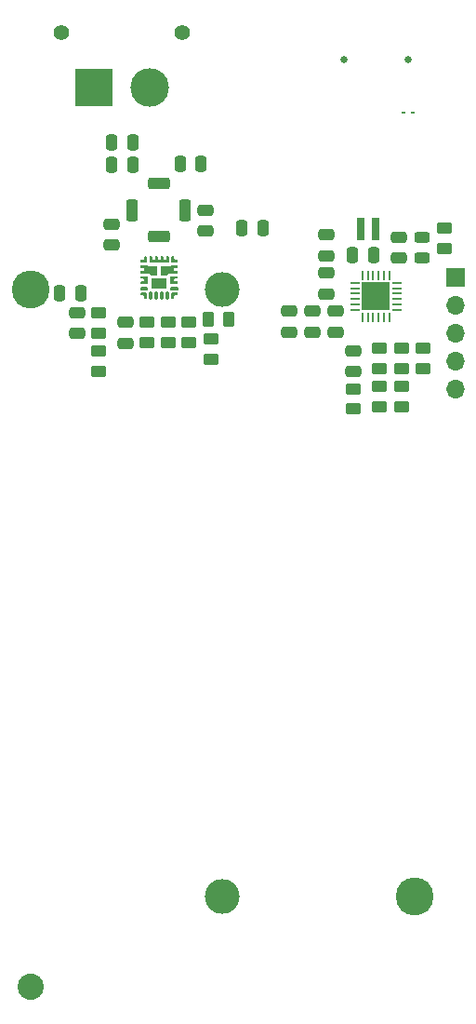
<source format=gbr>
%TF.GenerationSoftware,KiCad,Pcbnew,8.0.3*%
%TF.CreationDate,2024-07-15T22:48:31-04:00*%
%TF.ProjectId,get-a-grip-on-reality,6765742d-612d-4677-9269-702d6f6e2d72,rev?*%
%TF.SameCoordinates,Original*%
%TF.FileFunction,Soldermask,Bot*%
%TF.FilePolarity,Negative*%
%FSLAX46Y46*%
G04 Gerber Fmt 4.6, Leading zero omitted, Abs format (unit mm)*
G04 Created by KiCad (PCBNEW 8.0.3) date 2024-07-15 22:48:31*
%MOMM*%
%LPD*%
G01*
G04 APERTURE LIST*
G04 Aperture macros list*
%AMRoundRect*
0 Rectangle with rounded corners*
0 $1 Rounding radius*
0 $2 $3 $4 $5 $6 $7 $8 $9 X,Y pos of 4 corners*
0 Add a 4 corners polygon primitive as box body*
4,1,4,$2,$3,$4,$5,$6,$7,$8,$9,$2,$3,0*
0 Add four circle primitives for the rounded corners*
1,1,$1+$1,$2,$3*
1,1,$1+$1,$4,$5*
1,1,$1+$1,$6,$7*
1,1,$1+$1,$8,$9*
0 Add four rect primitives between the rounded corners*
20,1,$1+$1,$2,$3,$4,$5,0*
20,1,$1+$1,$4,$5,$6,$7,0*
20,1,$1+$1,$6,$7,$8,$9,0*
20,1,$1+$1,$8,$9,$2,$3,0*%
G04 Aperture macros list end*
%ADD10C,0.000000*%
%ADD11RoundRect,0.250000X-0.475000X0.250000X-0.475000X-0.250000X0.475000X-0.250000X0.475000X0.250000X0*%
%ADD12RoundRect,0.250000X-0.450000X0.262500X-0.450000X-0.262500X0.450000X-0.262500X0.450000X0.262500X0*%
%ADD13RoundRect,0.250000X0.475000X-0.250000X0.475000X0.250000X-0.475000X0.250000X-0.475000X-0.250000X0*%
%ADD14RoundRect,0.062500X-0.117500X-0.062500X0.117500X-0.062500X0.117500X0.062500X-0.117500X0.062500X0*%
%ADD15RoundRect,0.250000X-0.250000X-0.475000X0.250000X-0.475000X0.250000X0.475000X-0.250000X0.475000X0*%
%ADD16R,0.650000X2.000000*%
%ADD17RoundRect,0.250000X0.250000X0.475000X-0.250000X0.475000X-0.250000X-0.475000X0.250000X-0.475000X0*%
%ADD18RoundRect,0.243750X-0.456250X0.243750X-0.456250X-0.243750X0.456250X-0.243750X0.456250X0.243750X0*%
%ADD19RoundRect,0.250000X-0.262500X-0.450000X0.262500X-0.450000X0.262500X0.450000X-0.262500X0.450000X0*%
%ADD20C,2.390000*%
%ADD21C,3.170000*%
%ADD22C,3.450000*%
%ADD23R,2.500000X2.500000*%
%ADD24RoundRect,0.062500X0.062500X0.375000X-0.062500X0.375000X-0.062500X-0.375000X0.062500X-0.375000X0*%
%ADD25RoundRect,0.062500X0.375000X0.062500X-0.375000X0.062500X-0.375000X-0.062500X0.375000X-0.062500X0*%
%ADD26C,0.650000*%
%ADD27RoundRect,0.275000X0.275000X0.725000X-0.275000X0.725000X-0.275000X-0.725000X0.275000X-0.725000X0*%
%ADD28RoundRect,0.275000X-0.275000X-0.725000X0.275000X-0.725000X0.275000X0.725000X-0.275000X0.725000X0*%
%ADD29RoundRect,0.275000X0.725000X-0.275000X0.725000X0.275000X-0.725000X0.275000X-0.725000X-0.275000X0*%
%ADD30O,1.700000X1.700000*%
%ADD31R,1.700000X1.700000*%
%ADD32C,1.400000*%
%ADD33R,3.500000X3.500000*%
%ADD34C,3.500000*%
G04 APERTURE END LIST*
D10*
%TO.C,U7*%
G36*
X104475001Y-55385000D02*
G01*
X104475001Y-55884999D01*
X104425001Y-55934999D01*
X102775001Y-55934999D01*
X102725001Y-55884999D01*
X102725001Y-55385000D01*
X102775001Y-55335000D01*
X102925001Y-55334998D01*
X102975001Y-55385000D01*
X102975001Y-55609999D01*
X103025001Y-55659998D01*
X103175001Y-55659998D01*
X103225000Y-55609999D01*
X103225000Y-55385000D01*
X103275000Y-55335000D01*
X103425000Y-55334998D01*
X103475000Y-55385000D01*
X103475000Y-55609999D01*
X103525002Y-55659998D01*
X103675000Y-55659998D01*
X103724999Y-55609999D01*
X103725002Y-55385000D01*
X103775002Y-55335000D01*
X103925002Y-55334998D01*
X103975002Y-55385000D01*
X103975002Y-55609999D01*
X104025001Y-55659998D01*
X104175001Y-55659998D01*
X104225001Y-55609999D01*
X104225001Y-55385000D01*
X104275001Y-55335000D01*
X104425001Y-55334998D01*
X104475001Y-55385000D01*
G37*
G36*
X105300000Y-56210000D02*
G01*
X105300000Y-56360000D01*
X105250000Y-56410002D01*
X105025002Y-56409999D01*
X104975000Y-56459999D01*
X104975002Y-56609999D01*
X105025002Y-56660002D01*
X105250000Y-56659999D01*
X105300000Y-56709999D01*
X105300000Y-56859999D01*
X105250000Y-56910001D01*
X104450002Y-56909000D01*
X104350002Y-57010001D01*
X104350002Y-57046998D01*
X104300002Y-57097001D01*
X103800001Y-57096998D01*
X103750001Y-57046000D01*
X103750001Y-56284998D01*
X103800001Y-56234999D01*
X104625000Y-56234999D01*
X104650001Y-56210000D01*
X104650001Y-56184999D01*
X104675000Y-56160000D01*
X105250000Y-56160000D01*
X105300000Y-56210000D01*
G37*
G36*
X102550001Y-56184999D02*
G01*
X102550001Y-56210000D01*
X102575002Y-56234999D01*
X103400001Y-56234999D01*
X103450001Y-56284998D01*
X103450001Y-57046000D01*
X103400001Y-57096998D01*
X102900000Y-57097001D01*
X102850000Y-57046998D01*
X102850000Y-57010001D01*
X102750000Y-56909000D01*
X101950002Y-56910001D01*
X101900002Y-56859999D01*
X101900002Y-56709999D01*
X101950002Y-56659999D01*
X102175000Y-56659999D01*
X102225002Y-56609999D01*
X102225000Y-56459999D01*
X102175000Y-56409999D01*
X101950002Y-56410002D01*
X101900002Y-56360000D01*
X101900002Y-56210000D01*
X101950002Y-56160000D01*
X102525002Y-56160000D01*
X102550001Y-56184999D01*
G37*
G36*
X105300000Y-57210000D02*
G01*
X105300000Y-57360000D01*
X105250000Y-57409997D01*
X105025002Y-57410000D01*
X104975000Y-57460000D01*
X104975000Y-57610000D01*
X105025002Y-57659997D01*
X105250000Y-57660000D01*
X105300000Y-57709997D01*
X105300000Y-57859999D01*
X105250000Y-57909999D01*
X104650001Y-57909999D01*
X104600002Y-57859999D01*
X104600002Y-57210000D01*
X104650001Y-57159998D01*
X105250000Y-57159998D01*
X105300000Y-57210000D01*
G37*
G36*
X102600000Y-57210000D02*
G01*
X102600000Y-57859999D01*
X102550001Y-57909999D01*
X101950002Y-57909999D01*
X101900002Y-57859999D01*
X101900002Y-57709999D01*
X101950002Y-57660000D01*
X102175000Y-57660000D01*
X102225000Y-57610000D01*
X102225000Y-57460000D01*
X102175000Y-57409997D01*
X101950002Y-57410000D01*
X101900002Y-57359998D01*
X101900002Y-57209998D01*
X101950002Y-57159998D01*
X102550001Y-57159998D01*
X102600000Y-57210000D01*
G37*
G36*
X105300000Y-58709997D02*
G01*
X105300000Y-58860000D01*
X105250000Y-58910000D01*
X105075002Y-58910000D01*
X104975002Y-59009999D01*
X104975002Y-59184998D01*
X104925002Y-59235000D01*
X104775002Y-59234998D01*
X104725000Y-59184998D01*
X104725000Y-58710000D01*
X104775000Y-58660000D01*
X105250000Y-58660000D01*
X105300000Y-58709997D01*
G37*
G36*
X104975002Y-55385000D02*
G01*
X104975002Y-55559999D01*
X105075002Y-55659998D01*
X105250000Y-55659998D01*
X105300000Y-55709998D01*
X105300000Y-55860001D01*
X105250000Y-55909998D01*
X104775000Y-55909998D01*
X104725000Y-55860001D01*
X104725000Y-55385000D01*
X104775000Y-55335000D01*
X104925002Y-55334998D01*
X104975002Y-55385000D01*
G37*
G36*
X102475002Y-58710000D02*
G01*
X102475002Y-59184998D01*
X102425002Y-59234998D01*
X102275000Y-59235000D01*
X102225000Y-59184998D01*
X102225000Y-59009999D01*
X102125000Y-58910000D01*
X101950002Y-58910000D01*
X101900002Y-58860000D01*
X101900002Y-58710000D01*
X101950002Y-58660000D01*
X102425002Y-58659998D01*
X102475002Y-58710000D01*
G37*
G36*
X102425002Y-55335000D02*
G01*
X102475002Y-55385000D01*
X102475002Y-55859998D01*
X102425002Y-55909998D01*
X101950002Y-55909998D01*
X101900002Y-55860001D01*
X101900002Y-55709998D01*
X101950002Y-55659998D01*
X102125000Y-55659998D01*
X102225000Y-55559999D01*
X102225000Y-55385000D01*
X102275000Y-55334998D01*
X102425002Y-55335000D01*
G37*
G36*
X105350000Y-58209998D02*
G01*
X105350000Y-58359998D01*
X105250000Y-58459998D01*
X104700001Y-58459998D01*
X104600002Y-58359998D01*
X104600002Y-58209998D01*
X104700001Y-58109999D01*
X105250000Y-58109999D01*
X105350000Y-58209998D01*
G37*
G36*
X104525000Y-58634999D02*
G01*
X104525000Y-59184998D01*
X104425001Y-59285000D01*
X104275001Y-59285000D01*
X104175001Y-59184998D01*
X104175001Y-58634999D01*
X104275001Y-58534999D01*
X104425001Y-58534999D01*
X104525000Y-58634999D01*
G37*
G36*
X104025001Y-58634999D02*
G01*
X104025001Y-59184998D01*
X103925002Y-59285000D01*
X103775002Y-59285000D01*
X103675002Y-59184998D01*
X103675002Y-58634999D01*
X103775002Y-58534999D01*
X103925002Y-58534999D01*
X104025001Y-58634999D01*
G37*
G36*
X103525000Y-58634999D02*
G01*
X103525000Y-59184998D01*
X103425000Y-59285000D01*
X103275000Y-59285000D01*
X103175001Y-59184998D01*
X103175001Y-58634999D01*
X103275000Y-58534999D01*
X103425000Y-58534999D01*
X103525000Y-58634999D01*
G37*
G36*
X103025001Y-58634999D02*
G01*
X103025001Y-59184998D01*
X102925001Y-59285000D01*
X102775001Y-59285000D01*
X102675002Y-59184998D01*
X102675002Y-58634999D01*
X102775001Y-58534999D01*
X102925001Y-58534999D01*
X103025001Y-58634999D01*
G37*
G36*
X104300002Y-57447000D02*
G01*
X104300002Y-58235000D01*
X104250002Y-58285000D01*
X102950000Y-58285000D01*
X102900000Y-58235000D01*
X102900000Y-57447000D01*
X102950000Y-57396998D01*
X104250002Y-57396998D01*
X104300002Y-57447000D01*
G37*
G36*
X102600000Y-58209998D02*
G01*
X102600000Y-58359998D01*
X102500001Y-58459998D01*
X101950002Y-58459998D01*
X101850002Y-58359998D01*
X101850002Y-58209998D01*
X101950002Y-58109999D01*
X102500001Y-58109999D01*
X102600000Y-58209998D01*
G37*
%TD*%
D11*
%TO.C,C23*%
X100500000Y-63275000D03*
X100500000Y-61375000D03*
%TD*%
D12*
%TO.C,R13*%
X123681474Y-69035300D03*
X123681474Y-67210300D03*
%TD*%
D13*
%TO.C,C14*%
X125400000Y-53650000D03*
X125400000Y-55550000D03*
%TD*%
D12*
%TO.C,R12*%
X121285000Y-69238500D03*
X121285000Y-67413500D03*
%TD*%
D14*
%TO.C,D8*%
X125818000Y-42291000D03*
X126658000Y-42291000D03*
%TD*%
D13*
%TO.C,C27*%
X99300000Y-52450000D03*
X99300000Y-54350000D03*
%TD*%
D12*
%TO.C,R11*%
X98100000Y-65812500D03*
X98100000Y-63987500D03*
%TD*%
%TO.C,R17*%
X125654841Y-65572300D03*
X125654841Y-63747300D03*
%TD*%
D15*
%TO.C,C21*%
X123124000Y-55238300D03*
X121224000Y-55238300D03*
%TD*%
D12*
%TO.C,R20*%
X104400000Y-63200000D03*
X104400000Y-61375000D03*
%TD*%
D11*
%TO.C,C17*%
X96093400Y-62387500D03*
X96093400Y-60487500D03*
%TD*%
%TO.C,C15*%
X119657174Y-62250000D03*
X119657174Y-60350000D03*
%TD*%
D15*
%TO.C,C28*%
X107408600Y-46923796D03*
X105508600Y-46923796D03*
%TD*%
D12*
%TO.C,R18*%
X123676908Y-65572300D03*
X123676908Y-63747300D03*
%TD*%
D16*
%TO.C,L1*%
X121989574Y-52876100D03*
X123339574Y-52876100D03*
%TD*%
D17*
%TO.C,C29*%
X99279548Y-47025150D03*
X101179548Y-47025150D03*
%TD*%
D11*
%TO.C,C24*%
X121285000Y-65847000D03*
X121285000Y-63947000D03*
%TD*%
D18*
%TO.C,D7*%
X127508000Y-55547500D03*
X127508000Y-53672500D03*
%TD*%
D19*
%TO.C,R14*%
X109912500Y-61100000D03*
X108087500Y-61100000D03*
%TD*%
D12*
%TO.C,R16*%
X108300000Y-64725000D03*
X108300000Y-62900000D03*
%TD*%
%TO.C,R10*%
X98100000Y-62325000D03*
X98100000Y-60500000D03*
%TD*%
D13*
%TO.C,C26*%
X118844374Y-56879100D03*
X118844374Y-58779100D03*
%TD*%
D12*
%TO.C,TH1*%
X125668974Y-69035300D03*
X125668974Y-67210300D03*
%TD*%
D13*
%TO.C,C22*%
X107800000Y-51175000D03*
X107800000Y-53075000D03*
%TD*%
D12*
%TO.C,R9*%
X127632774Y-65572300D03*
X127632774Y-63747300D03*
%TD*%
%TO.C,R15*%
X106300000Y-63200000D03*
X106300000Y-61375000D03*
%TD*%
D20*
%TO.C,BT1*%
X91865000Y-121776200D03*
D21*
X109370000Y-113556200D03*
D22*
X126875000Y-113556200D03*
X91865000Y-58356200D03*
D21*
X109370000Y-58356200D03*
%TD*%
D11*
%TO.C,C19*%
X115454774Y-62250000D03*
X115454774Y-60350000D03*
%TD*%
D23*
%TO.C,U6*%
X123345574Y-59015800D03*
D24*
X124595574Y-57078300D03*
X124095574Y-57078300D03*
X123595574Y-57078300D03*
X123095574Y-57078300D03*
X122595574Y-57078300D03*
X122095574Y-57078300D03*
D25*
X121408074Y-57765800D03*
X121408074Y-58265800D03*
X121408074Y-58765800D03*
X121408074Y-59265800D03*
X121408074Y-59765800D03*
X121408074Y-60265800D03*
D24*
X122095574Y-60953300D03*
X122595574Y-60953300D03*
X123095574Y-60953300D03*
X123595574Y-60953300D03*
X124095574Y-60953300D03*
X124595574Y-60953300D03*
D25*
X125283074Y-60265800D03*
X125283074Y-59765800D03*
X125283074Y-59265800D03*
X125283074Y-58765800D03*
X125283074Y-58265800D03*
X125283074Y-57765800D03*
%TD*%
D17*
%TO.C,C30*%
X99294748Y-44967750D03*
X101194748Y-44967750D03*
%TD*%
D26*
%TO.C,P2*%
X120458000Y-37466000D03*
X126238000Y-37466000D03*
%TD*%
D13*
%TO.C,C25*%
X118844374Y-53414500D03*
X118844374Y-55314500D03*
%TD*%
D27*
%TO.C,L2*%
X105963000Y-51165596D03*
D28*
X101163000Y-51165596D03*
D29*
X103563000Y-48765596D03*
X103563000Y-53565596D03*
%TD*%
D17*
%TO.C,C20*%
X111150000Y-52800000D03*
X113050000Y-52800000D03*
%TD*%
%TO.C,C18*%
X94550000Y-58712500D03*
X96450000Y-58712500D03*
%TD*%
D30*
%TO.C,J14*%
X130579174Y-67481100D03*
X130579174Y-64941100D03*
X130579174Y-62401100D03*
X130579174Y-59861100D03*
D31*
X130579174Y-57321100D03*
%TD*%
D12*
%TO.C,R8*%
X129540000Y-54633500D03*
X129540000Y-52808500D03*
%TD*%
D32*
%TO.C,J15*%
X94700600Y-34988200D03*
X105700600Y-34988200D03*
D33*
X97700600Y-39988200D03*
D34*
X102700600Y-39988200D03*
%TD*%
D12*
%TO.C,R19*%
X102500000Y-63200000D03*
X102500000Y-61375000D03*
%TD*%
D11*
%TO.C,C16*%
X117555974Y-62250000D03*
X117555974Y-60350000D03*
%TD*%
M02*

</source>
